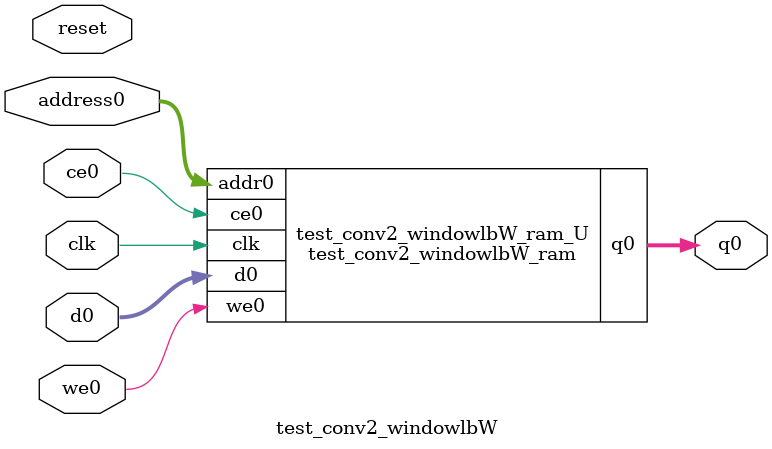
<source format=v>
`timescale 1 ns / 1 ps
module test_conv2_windowlbW_ram (addr0, ce0, d0, we0, q0,  clk);

parameter DWIDTH = 4;
parameter AWIDTH = 8;
parameter MEM_SIZE = 144;

input[AWIDTH-1:0] addr0;
input ce0;
input[DWIDTH-1:0] d0;
input we0;
output reg[DWIDTH-1:0] q0;
input clk;

(* ram_style = "distributed" *)reg [DWIDTH-1:0] ram[0:MEM_SIZE-1];




always @(posedge clk)  
begin 
    if (ce0) begin
        if (we0) 
            ram[addr0] <= d0; 
        q0 <= ram[addr0];
    end
end


endmodule

`timescale 1 ns / 1 ps
module test_conv2_windowlbW(
    reset,
    clk,
    address0,
    ce0,
    we0,
    d0,
    q0);

parameter DataWidth = 32'd4;
parameter AddressRange = 32'd144;
parameter AddressWidth = 32'd8;
input reset;
input clk;
input[AddressWidth - 1:0] address0;
input ce0;
input we0;
input[DataWidth - 1:0] d0;
output[DataWidth - 1:0] q0;



test_conv2_windowlbW_ram test_conv2_windowlbW_ram_U(
    .clk( clk ),
    .addr0( address0 ),
    .ce0( ce0 ),
    .we0( we0 ),
    .d0( d0 ),
    .q0( q0 ));

endmodule


</source>
